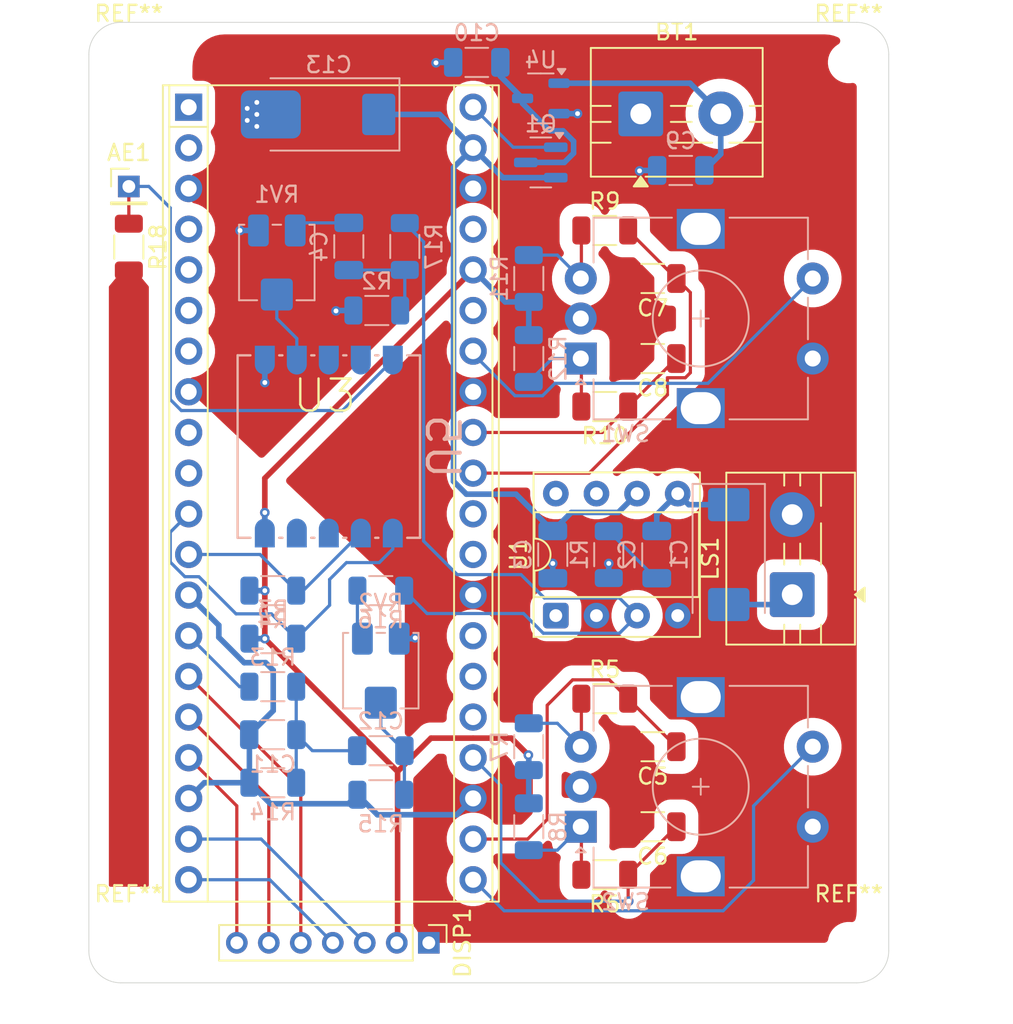
<source format=kicad_pcb>
(kicad_pcb (version 20241229) (generator "pcbnew") (generator_version "9.0")
  (layers (0 "F.Cu" signal) (2 "B.Cu" signal) (13 "F.Paste" user) (15 "B.Paste" user) (5 "F.SilkS" user "F.Silkscreen") (7 "B.SilkS" user "B.Silkscreen") (1 "F.Mask" user) (3 "B.Mask" user) (25 "Edge.Cuts" user))
  (net 0 "")
  (net 1 "Net-(AE1-A)")
  (net 2 "Net-(BT1-+)")
  (net 3 "GND")
  (net 4 "Net-(C1-Pad1)")
  (net 5 "Net-(C1-Pad2)")
  (net 6 "Net-(C2-Pad2)")
  (net 7 "+5V")
  (net 8 "Net-(U1-+)")
  (net 9 "Net-(C4-Pad1)")
  (net 10 "/ENC1B")
  (net 11 "/ENC1A")
  (net 12 "/ENC2B")
  (net 13 "/ENC2A")
  (net 14 "Net-(Q1-D)")
  (net 15 "/DISP_SDA")
  (net 16 "/DISP_DC")
  (net 17 "/DISP_RES")
  (net 18 "+3.3V")
  (net 19 "/DISP_SCLK")
  (net 20 "/DISP_CS")
  (net 21 "/Power/VBUS")
  (net 22 "/Radio-Audio/Radio_SDA")
  (net 23 "/Radio-Audio/Radio_SCL")
  (net 24 "Net-(R5-Pad1)")
  (net 25 "Net-(R6-Pad2)")
  (net 26 "Net-(R11-Pad1)")
  (net 27 "Net-(R10-Pad2)")
  (net 28 "/ENC2_BTN")
  (net 29 "/ENC1_BTN")
  (net 45 "/Radio-Audio/PWM Audio")
  (net 46 "Net-(C11-Pad2)")
  (net 47 "Net-(C12-Pad1)")
  (net 48 "Net-(R16-Pad1)")
  (net 52 "Net-(U5-ROUT)")
  (net 54 "Net-(C4-Pad2)")
  (net 58 "/Radio-Audio/Board Antenna")
  (footprint "Resistor_SMD:R_1206_3216Metric" (layer "F.Cu") (at 120 81.0375 -90)
    (property "Reference" "R18")
    (property "Value" "0 ohm")
  )
  (footprint "Capacitor_SMD:C_1206_3216Metric" (layer "F.Cu") (at 152.75 83 180)
    (property "Reference" "C7")
    (property "Value" "0.01uF")
  )
  (footprint "TerminalBlock:TerminalBlock_MaiXu_MX126-5.0-02P_1x02_P5.00mm" (layer "F.Cu") (at 152 72.7175)
    (property "Reference" "BT1")
    (property "Value" "4 AA")
  )
  (footprint "MountingHole:MountingHole_2.1mm" (layer "F.Cu") (at 120 124.5)
    (property "Reference" "REF**")
    (property "Value" "MountingHole_2.1mm")
  )
  (footprint "Resistor_SMD:R_1206_3216Metric" (layer "F.Cu") (at 149.75 91 180)
    (property "Reference" "R10")
    (property "Value" "10kΩ")
  )
  (footprint "Resistor_SMD:R_1206_3216Metric" (layer "F.Cu") (at 149.75 109.25)
    (property "Reference" "R5")
    (property "Value" "10kΩ")
  )
  (footprint "Package_DIP:DIP-8_W7.62mm_Socket" (layer "F.Cu") (at 146.69 104.06 90)
    (property "Reference" "U1")
    (property "Value" "LM386")
  )
  (footprint "MountingHole:MountingHole_2.1mm" (layer "F.Cu") (at 120 69.5)
    (property "Reference" "REF**")
    (property "Value" "MountingHole_2.1mm")
  )
  (footprint "Resistor_SMD:R_1206_3216Metric" (layer "F.Cu") (at 149.75 80)
    (property "Reference" "R9")
    (property "Value" "10kΩ")
  )
  (footprint "Connector_PinHeader_2.00mm:PinHeader_1x07_P2.00mm_Vertical" (layer "F.Cu") (at 138.75 124.5 -90)
    (property "Reference" "DISP1")
    (property "Value" "OLED Display")
  )
  (footprint "Resistor_SMD:R_1206_3216Metric" (layer "F.Cu") (at 149.75 120.25 180)
    (property "Reference" "R6")
    (property "Value" "10kΩ")
  )
  (footprint "MountingHole:MountingHole_2.1mm" (layer "F.Cu") (at 165 69.5)
    (property "Reference" "REF**")
    (property "Value" "MountingHole_2.1mm")
  )
  (footprint "ECE:RPi_Pico_TH" (layer "F.Cu") (at 132.63 96.43)
    (property "Reference" "U3")
    (property "Value" "RPi_Pico_TH")
  )
  (footprint "Connector_PinHeader_2.00mm:PinHeader_1x01_P2.00mm_Vertical" (layer "F.Cu") (at 120 77.25)
    (property "Reference" "AE1")
    (property "Value" "Antenna")
  )
  (footprint "Capacitor_SMD:C_1206_3216Metric" (layer "F.Cu") (at 152.75 112.25 180)
    (property "Reference" "C5")
    (property "Value" "0.01uF")
  )
  (footprint "TerminalBlock:TerminalBlock_MaiXu_MX126-5.0-02P_1x02_P5.00mm" (layer "F.Cu") (at 161.4675 102.75 90)
    (property "Reference" "LS1")
    (property "Value" "Speaker")
  )
  (footprint "MountingHole:MountingHole_2.1mm" (layer "F.Cu") (at 165 124.5)
    (property "Reference" "REF**")
    (property "Value" "MountingHole_2.1mm")
  )
  (footprint "Capacitor_SMD:C_1206_3216Metric" (layer "F.Cu") (at 152.75 117.25 180)
    (property "Reference" "C6")
    (property "Value" "0.01uF")
  )
  (footprint "Capacitor_SMD:C_1206_3216Metric" (layer "F.Cu") (at 152.75 88 180)
    (property "Reference" "C8")
    (property "Value" "0.01uF")
  )
  (footprint "Resistor_SMD:R_1206_3216Metric" (layer "B.Cu") (at 145 83 -90)
    (property "Reference" "R11")
    (property "Value" "10kΩ")
  )
  (footprint "Resistor_SMD:R_1206_3216Metric" (layer "B.Cu") (at 129 105.5 180)
    (property "Reference" "R3")
    (property "Value" "2kΩ")
  )
  (footprint "Rotary_Encoder:RotaryEncoder_Alps_EC12E-Switch_Vertical_H20mm" (layer "B.Cu") (at 148.25 117.25)
    (property "Reference" "SW2")
    (property "Value" "Bourns PEC11R")
  )
  (footprint "Capacitor_SMD:C_1206_3216Metric" (layer "B.Cu") (at 141.75 69.5 180)
    (property "Reference" "C10")
    (property "Value" "1uF")
  )
  (footprint "Package_TO_SOT_SMD:SOT-23" (layer "B.Cu") (at 145.75 75.75 180)
    (property "Reference" "Q1")
    (property "Value" "DMG2305UX")
  )
  (footprint "Resistor_SMD:R_1206_3216Metric" (layer "B.Cu") (at 145 88 90)
    (property "Reference" "R12")
    (property "Value" "10kΩ")
  )
  (footprint "Resistor_SMD:R_1206_3216Metric" (layer "B.Cu") (at 135.75 115.25)
    (property "Reference" "R15")
    (property "Value" "1.8k")
  )
  (footprint "Resistor_SMD:R_1206_3216Metric" (layer "B.Cu") (at 145 112.25 -90)
    (property "Reference" "R7")
    (property "Value" "10kΩ")
  )
  (footprint "Capacitor_Tantalum_SMD:CP_EIA-7343-30_AVX-N" (layer "B.Cu") (at 157.5 100.25 -90)
    (property "Reference" "C1")
    (property "Value" "470uF")
  )
  (footprint "Potentiometer_SMD:Potentiometer_Bourns_3314J_Vertical" (layer "B.Cu") (at 135.75 107.5 180)
    (property "Reference" "RV2")
    (property "Value" "10kΩ")
  )
  (footprint "Rotary_Encoder:RotaryEncoder_Alps_EC12E-Switch_Vertical_H20mm" (layer "B.Cu") (at 148.25 88)
    (property "Reference" "SW1")
    (property "Value" "Bourns PEC11R")
  )
  (footprint "Resistor_SMD:R_1206_3216Metric" (layer "B.Cu") (at 135.75 102.5)
    (property "Reference" "R16")
    (property "Value" "No fit")
  )
  (footprint "Resistor_SMD:R_1206_3216Metric" (layer "B.Cu") (at 137.25 81 90)
    (property "Reference" "R17")
    (property "Value" "0 ohm")
  )
  (footprint "Resistor_SMD:R_1206_3216Metric" (layer "B.Cu") (at 129 102.5)
    (property "Reference" "R4")
    (property "Value" "2kΩ")
  )
  (footprint "Capacitor_SMD:C_1206_3216Metric" (layer "B.Cu") (at 146.5 100.25 -90)
    (property "Reference" "C3")
    (property "Value" "10uF")
  )
  (footprint "Package_TO_SOT_SMD:SOT-23-3" (layer "B.Cu") (at 145.75 71.75 180)
    (property "Reference" "U4")
    (property "Value" "S-1206B50-M3T1U")
  )
  (footprint "Capacitor_Tantalum_SMD:CP_EIA-7343-30_AVX-N" (layer "B.Cu") (at 132.5 72.75 180)
    (property "Reference" "C13")
    (property "Value" "470 uF")
  )
  (footprint "Capacitor_SMD:C_1206_3216Metric" (layer "B.Cu") (at 133.75 81 -90)
    (property "Reference" "C4")
    (property "Value" "10uF")
  )
  (footprint "Capacitor_SMD:C_1206_3216Metric" (layer "B.Cu") (at 154.5 76.25 180)
    (property "Reference" "C9")
    (property "Value" "1uF")
  )
  (footprint "Resistor_SMD:R_1206_3216Metric" (layer "B.Cu") (at 135.5 85 180)
    (property "Reference" "R2")
    (property "Value" "10kΩ")
  )
  (footprint "Resistor_SMD:R_1206_3216Metric" (layer "B.Cu") (at 129 108.5 180)
    (property "Reference" "R13")
    (property "Value" "220")
  )
  (footprint "Resistor_SMD:R_1206_3216Metric" (layer "B.Cu") (at 150 100.25 -90)
    (property "Reference" "R1")
    (property "Value" "10Ω")
  )
  (footprint "Resistor_SMD:R_1206_3216Metric" (layer "B.Cu") (at 145 117.25 90)
    (property "Reference" "R8")
    (property "Value" "10kΩ")
  )
  (footprint "Capacitor_SMD:C_1206_3216Metric" (layer "B.Cu") (at 129 111.5)
    (property "Reference" "C11")
    (property "Value" "100nF")
  )
  (footprint "Resistor_SMD:R_1206_3216Metric" (layer "B.Cu") (at 129 114.5)
    (property "Reference" "R14")
    (property "Value" "100")
  )
  (footprint "Capacitor_SMD:C_1206_3216Metric" (layer "B.Cu") (at 153 100.25 -90)
    (property "Reference" "C2")
    (property "Value" "0.047uF")
  )
  (footprint "ECE:RDA5807M_Module_SM" (layer "B.Cu") (at 132.5 93.5 90)
    (property "Reference" "U5")
    (property "Value" "RDA5807M_Module")
  )
  (footprint "Capacitor_SMD:C_1206_3216Metric" (layer "B.Cu") (at 135.75 112.5 180)
    (property "Reference" "C12")
    (property "Value" "47uF")
  )
  (footprint "Potentiometer_SMD:Potentiometer_Bourns_3314J_Vertical" (layer "B.Cu") (at 129.25 82 180)
    (property "Reference" "RV1")
    (property "Value" "10kΩ")
  )
  (gr_arc (start 117.5 69) (mid 118.085786 67.585786) (end 119.5 67) (stroke (width 0.05)) (layer "Edge.Cuts"))
  (gr_arc (start 167.5 125) (mid 166.914214 126.414214) (end 165.5 127) (stroke (width 0.05)) (layer "Edge.Cuts"))
  (gr_line (start 117.5 125) (end 117.5 69) (stroke (width 0.05)) (layer "Edge.Cuts"))
  (gr_line (start 119.5 67) (end 165.5 67) (stroke (width 0.05)) (layer "Edge.Cuts"))
  (gr_line (start 167.5 69) (end 167.5 125) (stroke (width 0.05)) (layer "Edge.Cuts"))
  (gr_arc (start 119.5 127) (mid 118.085786 126.414214) (end 117.5 125) (stroke (width 0.05)) (layer "Edge.Cuts"))
  (gr_line (start 165.5 127) (end 119.5 127) (stroke (width 0.05)) (layer "Edge.Cuts"))
  (gr_arc (start 165.5 67) (mid 166.914214 67.585786) (end 167.5 69) (stroke (width 0.05)) (layer "Edge.Cuts"))
  (segment (start 120 77.25) (end 120 79.575) (width 0.2) (layer "F.Cu") (net 1))
  (segment (start 121.25 77.25) (end 120 77.25) (width 0.2) (layer "B.Cu") (net 1))
  (segment (start 122.589 78.589) (end 121.25 77.25) (width 0.2) (layer "B.Cu") (net 1))
  (segment (start 123.28224 91.25) (end 122.589 90.55676) (width 0.2) (layer "B.Cu") (net 1))
  (segment (start 122.589 90.55676) (end 122.589 78.589) (width 0.2) (layer "B.Cu") (net 1))
  (segment (start 136.5 88.1) (end 133.35 91.25) (width 0.2) (layer "B.Cu") (net 1))
  (segment (start 133.35 91.25) (end 123.28224 91.25) (width 0.2) (layer "B.Cu") (net 1))
  (segment (start 157 75.225) (end 155.975 76.25) (width 0.35) (layer "B.Cu") (net 2))
  (segment (start 155.0825 70.8) (end 146.8875 70.8) (width 0.35) (layer "B.Cu") (net 2))
  (segment (start 157 72.7175) (end 157 75.225) (width 0.35) (layer "B.Cu") (net 2))
  (segment (start 157 72.7175) (end 155.0825 70.8) (width 0.35) (layer "B.Cu") (net 2))
  (via (at 146.5 100.8) (size 0.6) (drill 0.3) (layers "F.Cu" "B.Cu") (net 3))
  (via (at 137.9 105.45) (size 0.6) (drill 0.3) (layers "F.Cu" "B.Cu") (net 3))
  (via (at 128 72) (size 0.6) (drill 0.3) (layers "F.Cu" "B.Cu") (net 3))
  (via (at 128 73.5) (size 0.6) (drill 0.3) (layers "F.Cu" "B.Cu") (net 3))
  (via (at 150 100.8) (size 0.6) (drill 0.3) (layers "F.Cu" "B.Cu") (net 3))
  (via (at 127.4 73.125) (size 0.6) (drill 0.3) (layers "F.Cu" "B.Cu") (net 3))
  (via (at 126.95 80) (size 0.6) (drill 0.3) (layers "F.Cu" "B.Cu") (net 3))
  (via (at 139.2 69.525) (size 0.6) (drill 0.3) (layers "F.Cu" "B.Cu") (net 3))
  (via (at 128 72.75) (size 0.6) (drill 0.3) (layers "F.Cu" "B.Cu") (net 3))
  (via (at 132.95 85.025) (size 0.6) (drill 0.3) (layers "F.Cu" "B.Cu") (net 3))
  (via (at 148.05 72.7) (size 0.6) (drill 0.3) (layers "F.Cu" "B.Cu") (net 3))
  (via (at 128.5 89.5) (size 0.6) (drill 0.3) (layers "F.Cu" "B.Cu") (net 3))
  (via (at 127.4 72.375) (size 0.6) (drill 0.3) (layers "F.Cu" "B.Cu") (net 3))
  (via (at 151.925 76.275) (size 0.6) (drill 0.3) (layers "F.Cu" "B.Cu") (net 3))
  (segment (start 127.5375 114.5) (end 127.5375 111.5125) (width 0.35) (layer "B.Cu") (net 3))
  (segment (start 125.625 105.417226) (end 125.625 104.665) (width 0.35) (layer "B.Cu") (net 3))
  (segment (start 134.2875 115.25) (end 135.5385 116.501) (width 0.35) (layer "B.Cu") (net 3))
  (segment (start 128.55 107) (end 127.207774 107) (width 0.35) (layer "B.Cu") (net 3))
  (segment (start 146.8875 72.7) (end 148.05 72.7) (width 0.35) (layer "B.Cu") (net 3))
  (segment (start 124.72 114.5) (end 123.74 115.48) (width 0.35) (layer "B.Cu") (net 3))
  (segment (start 128.5 88.1) (end 128.475 88.075) (width 0.35) (layer "B.Cu") (net 3))
  (segment (start 139.225 69.5) (end 139.2 69.525) (width 0.35) (layer "B.Cu") (net 3))
  (segment (start 134.2875 115.25) (end 133.725 115.8125) (width 0.35) (layer "B.Cu") (net 3))
  (segment (start 127.207774 107) (end 125.625 105.417226) (width 0.35) (layer "B.Cu") (net 3))
  (segment (start 127.5375 114.5) (end 124.72 114.5) (width 0.35) (layer "B.Cu") (net 3))
  (segment (start 127.525 111.5) (end 129.025 110) (width 0.35) (layer "B.Cu") (net 3))
  (segment (start 146.5 101.725) (end 146.5 100.8) (width 0.35) (layer "B.Cu") (net 3))
  (segment (start 128.85 115.8125) (end 127.5375 114.5) (width 0.35) (layer "B.Cu") (net 3))
  (segment (start 129.025 107.475) (end 128.55 107) (width 0.35) (layer "B.Cu") (net 3))
  (segment (start 134.0375 85) (end 132.975 85) (width 0.35) (layer "B.Cu") (net 3))
  (segment (start 136.9 105.5) (end 137.85 105.5) (width 0.35) (layer "B.Cu") (net 3))
  (segment (start 153.025 76.25) (end 151.95 76.25) (width 0.35) (layer "B.Cu") (net 3))
  (segment (start 132.975 85) (end 132.95 85.025) (width 0.35) (layer "B.Cu") (net 3))
  (segment (start 125.625 104.665) (end 123.74 102.78) (width 0.35) (layer "B.Cu") (net 3))
  (segment (start 151.95 76.25) (end 151.925 76.275) (width 0.35) (layer "B.Cu") (net 3))
  (segment (start 140.275 69.5) (end 139.225 69.5) (width 0.35) (layer "B.Cu") (net 3))
  (segment (start 140.499 116.501) (end 141.52 115.48) (width 0.35) (layer "B.Cu") (net 3))
  (segment (start 135.5385 116.501) (end 140.499 116.501) (width 0.35) (layer "B.Cu") (net 3))
  (segment (start 128.1 80) (end 126.95 80) (width 0.35) (layer "B.Cu") (net 3))
  (segment (start 129.025 110) (end 129.025 107.475) (width 0.35) (layer "B.Cu") (net 3))
  (segment (start 127.5375 111.5125) (end 127.525 111.5) (width 0.35) (layer "B.Cu") (net 3))
  (segment (start 128.5 88.1) (end 128.5 89.5) (width 0.35) (layer "B.Cu") (net 3))
  (segment (start 150 101.7125) (end 150 100.8) (width 0.35) (layer "B.Cu") (net 3))
  (segment (start 133.725 115.8125) (end 128.85 115.8125) (width 0.35) (layer "B.Cu") (net 3))
  (segment (start 137.85 105.5) (end 137.9 105.45) (width 0.35) (layer "B.Cu") (net 3))
  (segment (start 153 98.775) (end 153 97.75) (width 0.35) (layer "B.Cu") (net 4))
  (segment (start 155 97.13) (end 154.31 96.44) (width 0.35) (layer "B.Cu") (net 4))
  (segment (start 153 97.75) (end 154.31 96.44) (width 0.35) (layer "B.Cu") (net 4))
  (segment (start 157.5 97.13) (end 155 97.13) (width 0.35) (layer "B.Cu") (net 4))
  (segment (start 157.5 103.37) (end 160.8475 103.37) (width 0.35) (layer "B.Cu") (net 5))
  (segment (start 160.8475 103.37) (end 161.4675 102.75) (width 0.35) (layer "B.Cu") (net 5))
  (segment (start 150 98.7875) (end 152.9375 101.725) (width 0.2) (layer "B.Cu") (net 6))
  (segment (start 152.9375 101.725) (end 153 101.725) (width 0.2) (layer "B.Cu") (net 6))
  (segment (start 147.659 97.616) (end 150.594 97.616) (width 0.35) (layer "B.Cu") (net 7))
  (segment (start 146.6875 76.7) (end 143.38 76.7) (width 0.35) (layer "B.Cu") (net 7))
  (segment (start 143.38 76.7) (end 141.52 74.84) (width 0.35) (layer "B.Cu") (net 7))
  (segment (start 141.100174 96.474) (end 140.294 95.667826) (width 0.35) (layer "B.Cu") (net 7))
  (segment (start 140.294 95.667826) (end 140.294 76.066) (width 0.35) (layer "B.Cu") (net 7))
  (segment (start 150.594 97.616) (end 151.77 96.44) (width 0.35) (layer "B.Cu") (net 7))
  (segment (start 146.5 98.775) (end 147.659 97.616) (width 0.35) (layer "B.Cu") (net 7))
  (segment (start 146.5 98.775) (end 144.199 96.474) (width 0.35) (layer "B.Cu") (net 7))
  (segment (start 135.62 72.75) (end 139.43 72.75) (width 0.35) (layer "B.Cu") (net 7))
  (segment (start 139.43 72.75) (end 141.52 74.84) (width 0.35) (layer "B.Cu") (net 7))
  (segment (start 144.199 96.474) (end 141.100174 96.474) (width 0.35) (layer "B.Cu") (net 7))
  (segment (start 140.294 76.066) (end 141.52 74.84) (width 0.35) (layer "B.Cu") (net 7))
  (segment (start 150.669 102.959) (end 151.77 104.06) (width 0.2) (layer "B.Cu") (net 8))
  (segment (start 145.97284 102.959) (end 150.669 102.959) (width 0.2) (layer "B.Cu") (net 8))
  (segment (start 145.90484 105.161) (end 150.669 105.161) (width 0.2) (layer "B.Cu") (net 8))
  (segment (start 138.6435 103.931) (end 144.67484 103.931) (width 0.2) (layer "B.Cu") (net 8))
  (segment (start 144.51384 101.5) (end 145.97284 102.959) (width 0.2) (layer "B.Cu") (net 8))
  (segment (start 140.525 101.5) (end 144.51384 101.5) (width 0.2) (layer "B.Cu") (net 8))
  (segment (start 138.426 99.401) (end 140.525 101.5) (width 0.2) (layer "B.Cu") (net 8))
  (segment (start 150.669 105.161) (end 151.77 104.06) (width 0.2) (layer "B.Cu") (net 8))
  (segment (start 137.2125 102.5) (end 138.6435 103.931) (width 0.2) (layer "B.Cu") (net 8))
  (segment (start 144.67484 103.931) (end 145.90484 105.161) (width 0.2) (layer "B.Cu") (net 8))
  (segment (start 137.25 79.5375) (end 138.426 80.7135) (width 0.2) (layer "B.Cu") (net 8))
  (segment (start 138.426 80.7135) (end 138.426 99.401) (width 0.2) (layer "B.Cu") (net 8))
  (segment (start 133.75 79.525) (end 130.875 79.525) (width 0.2) (layer "B.Cu") (net 9))
  (segment (start 130.875 79.525) (end 130.4 80) (width 0.2) (layer "B.Cu") (net 9))
  (segment (start 146.15 109.66384) (end 147.73984 108.074) (width 0.2) (layer "F.Cu") (net 10))
  (segment (start 154.2125 112.25) (end 154.225 112.25) (width 0.2) (layer "F.Cu") (net 10))
  (segment (start 144.93 118.02) (end 146.15 116.8) (width 0.2) (layer "F.Cu") (net 10))
  (segment (start 141.52 118.02) (end 144.93 118.02) (width 0.2) (layer "F.Cu") (net 10))
  (segment (start 150.0365 108.074) (end 151.2125 109.25) (width 0.2) (layer "F.Cu") (net 10))
  (segment (start 151.2125 109.25) (end 154.2125 112.25) (width 0.2) (layer "F.Cu") (net 10))
  (segment (start 147.73984 108.074) (end 150.0365 108.074) (width 0.2) (layer "F.Cu") (net 10))
  (segment (start 146.15 116.8) (end 146.15 109.66384) (width 0.2) (layer "F.Cu") (net 10))
  (segment (start 151.2125 121.8625) (end 151.25 121.9) (width 0.2) (layer "F.Cu") (net 11))
  (segment (start 154.225 117.25) (end 151.225 120.25) (width 0.2) (layer "F.Cu") (net 11))
  (segment (start 151.2125 120.25) (end 151.2125 121.8625) (width 0.2) (layer "F.Cu") (net 11))
  (segment (start 151.225 120.25) (end 151.2125 120.25) (width 0.2) (layer "F.Cu") (net 11))
  (via (at 151.25 121.9) (size 0.6) (drill 0.3) (layers "F.Cu" "B.Cu") (net 11))
  (segment (start 143.25 114.67) (end 143.25 119.5) (width 0.2) (layer "B.Cu") (net 11))
  (segment (start 145.65 121.9) (end 151.25 121.9) (width 0.2) (layer "B.Cu") (net 11))
  (segment (start 143.25 119.5) (end 145.65 121.9) (width 0.2) (layer "B.Cu") (net 11))
  (segment (start 141.52 112.94) (end 143.25 114.67) (width 0.2) (layer "B.Cu") (net 11))
  (segment (start 151.2125 80) (end 154.2125 83) (width 0.2) (layer "F.Cu") (net 12))
  (segment (start 153.66484 89.201) (end 153.66484 90.27132) (width 0.2) (layer "F.Cu") (net 12))
  (segment (start 154.2125 83) (end 154.225 83) (width 0.2) (layer "F.Cu") (net 12))
  (segment (start 155.101 88.88516) (end 154.78516 89.201) (width 0.2) (layer "F.Cu") (net 12))
  (segment (start 148.77616 95.16) (end 141.52 95.16) (width 0.2) (layer "F.Cu") (net 12))
  (segment (start 154.225 83) (end 155.101 83.876) (width 0.2) (layer "F.Cu") (net 12))
  (segment (start 153.66484 90.27132) (end 148.77616 95.16) (width 0.2) (layer "F.Cu") (net 12))
  (segment (start 154.78516 89.201) (end 153.66484 89.201) (width 0.2) (layer "F.Cu") (net 12))
  (segment (start 155.101 83.876) (end 155.101 88.88516) (width 0.2) (layer "F.Cu") (net 12))
  (segment (start 154.225 88) (end 151.225 91) (width 0.2) (layer "F.Cu") (net 13))
  (segment (start 151.2125 91) (end 149.5925 92.62) (width 0.2) (layer "F.Cu") (net 13))
  (segment (start 151.225 91) (end 151.2125 91) (width 0.2) (layer "F.Cu") (net 13))
  (segment (start 149.5925 92.62) (end 141.52 92.62) (width 0.2) (layer "F.Cu") (net 13))
  (segment (start 143.225 69.5) (end 143.225 70.3625) (width 0.35) (layer "B.Cu") (net 14))
  (segment (start 144.6125 72.0615) (end 146.326 73.775) (width 0.35) (layer "B.Cu") (net 14))
  (segment (start 147.801 75.172034) (end 147.223034 75.75) (width 0.35) (layer "B.Cu") (net 14))
  (segment (start 147.801 74.427966) (end 147.801 75.172034) (width 0.35) (layer "B.Cu") (net 14))
  (segment (start 146.326 73.775) (end 147.148034 73.775) (width 0.35) (layer "B.Cu") (net 14))
  (segment (start 147.223034 75.75) (end 144.8125 75.75) (width 0.35) (layer "B.Cu") (net 14))
  (segment (start 143.225 70.3625) (end 144.6125 71.75) (width 0.35) (layer "B.Cu") (net 14))
  (segment (start 144.6125 71.75) (end 144.6125 72.0615) (width 0.35) (layer "B.Cu") (net 14))
  (segment (start 147.148034 73.775) (end 147.801 74.427966) (width 0.35) (layer "B.Cu") (net 14))
  (segment (start 123.74 120.56) (end 128.81 120.56) (width 0.2) (layer "B.Cu") (net 15))
  (segment (start 128.81 120.56) (end 132.75 124.5) (width 0.2) (layer "B.Cu") (net 15))
  (segment (start 123.74 110.4) (end 128.75 115.41) (width 0.2) (layer "F.Cu") (net 16))
  (segment (start 128.75 115.41) (end 128.75 124.5) (width 0.2) (layer "F.Cu") (net 16))
  (segment (start 123.74 107.86) (end 130.75 114.87) (width 0.2) (layer "F.Cu") (net 17))
  (segment (start 130.75 114.87) (end 130.75 124.5) (width 0.2) (layer "F.Cu") (net 17))
  (segment (start 128.5 95.48) (end 141.52 82.46) (width 0.35) (layer "F.Cu") (net 18))
  (segment (start 143.914 111.714) (end 144.975 112.775) (width 0.35) (layer "F.Cu") (net 18))
  (segment (start 138.886 111.714) (end 141.525 111.714) (width 0.35) (layer "F.Cu") (net 18))
  (segment (start 128.5 102.5) (end 128.5 97.625) (width 0.35) (layer "F.Cu") (net 18))
  (segment (start 128.5 97.625) (end 128.5 95.48) (width 0.35) (layer "F.Cu") (net 18))
  (segment (start 141.525 111.714) (end 143.914 111.714) (width 0.35) (layer "F.Cu") (net 18))
  (segment (start 136.8 124.55) (end 136.8 113.8) (width 0.35) (layer "F.Cu") (net 18))
  (segment (start 128.5 105.5) (end 128.5 102.5) (width 0.35) (layer "F.Cu") (net 18))
  (segment (start 136.8 113.8) (end 138.886 111.714) (width 0.35) (layer "F.Cu") (net 18))
  (segment (start 136.8 113.8) (end 128.5 105.5) (width 0.35) (layer "F.Cu") (net 18))
  (via (at 128.5 105.5) (size 0.6) (drill 0.3) (layers "F.Cu" "B.Cu") (net 18))
  (via (at 128.5 102.5) (size 0.6) (drill 0.3) (layers "F.Cu" "B.Cu") (net 18))
  (via (at 144.975 112.775) (size 0.6) (drill 0.3) (layers "F.Cu" "B.Cu") (net 18))
  (via (at 128.5 97.625) (size 0.6) (drill 0.3) (layers "F.Cu" "B.Cu") (net 18))
  (segment (start 145 113.7125) (end 145 112.8) (width 0.35) (layer "B.Cu") (net 18))
  (segment (start 128.5 98.9) (end 128.5 97.625) (width 0.35) (layer "B.Cu") (net 18))
  (segment (start 143.5225 84.4625) (end 141.52 82.46) (width 0.35) (layer "B.Cu") (net 18))
  (segment (start 145 115.7875) (end 145 113.7125) (width 0.35) (layer "B.Cu") (net 18))
  (segment (start 145 84.4625) (end 143.5225 84.4625) (width 0.35) (layer "B.Cu") (net 18))
  (segment (start 145 112.8) (end 144.975 112.775) (width 0.35) (layer "B.Cu") (net 18))
  (segment (start 127.5375 105.5) (end 128.5 105.5) (width 0.35) (layer "B.Cu") (net 18))
  (segment (start 145 86.5375) (end 145 84.4625) (width 0.35) (layer "B.Cu") (net 18))
  (segment (start 127.5375 102.5) (end 128.5 102.5) (width 0.35) (layer "B.Cu") (net 18))
  (segment (start 128.27 118.02) (end 134.75 124.5) (width 0.2) (layer "B.Cu") (net 19))
  (segment (start 123.74 118.02) (end 128.27 118.02) (width 0.2) (layer "B.Cu") (net 19))
  (segment (start 126.75 115.95) (end 126.75 124.5) (width 0.2) (layer "F.Cu") (net 20))
  (segment (start 123.74 112.94) (end 126.75 115.95) (width 0.2) (layer "F.Cu") (net 20))
  (segment (start 144.02 74.8) (end 141.52 72.3) (width 0.2) (layer "B.Cu") (net 21))
  (segment (start 146.6875 74.8) (end 144.02 74.8) (width 0.2) (layer "B.Cu") (net 21))
  (segment (start 126.7 103.95) (end 128.9125 103.95) (width 0.2) (layer "B.Cu") (net 22))
  (segment (start 124.379 101.629) (end 126.7 103.95) (width 0.2) (layer "B.Cu") (net 22))
  (segment (start 132.55 101.8) (end 133.6 100.75) (width 0.2) (layer "B.Cu") (net 22))
  (segment (start 123.74 97.7) (end 122.589 98.851) (width 0.2) (layer "B.Cu") (net 22))
  (segment (start 122.589 100.71676) (end 123.50124 101.629) (width 0.2) (layer "B.Cu") (net 22))
  (segment (start 122.589 98.851) (end 122.589 100.71676) (width 0.2) (layer "B.Cu") (net 22))
  (segment (start 136.5 99.9) (end 136.5 98.9) (width 0.2) (layer "B.Cu") (net 22))
  (segment (start 130.4625 105.5) (end 132.55 103.4125) (width 0.2) (layer "B.Cu") (net 22))
  (segment (start 133.6 100.75) (end 135.65 100.75) (width 0.2) (layer "B.Cu") (net 22))
  (segment (start 132.55 103.4125) (end 132.55 101.8) (width 0.2) (layer "B.Cu") (net 22))
  (segment (start 128.9125 103.95) (end 130.4625 105.5) (width 0.2) (layer "B.Cu") (net 22))
  (segment (start 135.65 100.75) (end 136.5 99.9) (width 0.2) (layer "B.Cu") (net 22))
  (segment (start 123.50124 101.629) (end 124.379 101.629) (width 0.2) (layer "B.Cu") (net 22))
  (segment (start 130.4625 102.5) (end 130.9 102.5) (width 0.2) (layer "B.Cu") (net 23))
  (segment (start 123.74 100.24) (end 128.2025 100.24) (width 0.2) (layer "B.Cu") (net 23))
  (segment (start 130.9 102.5) (end 134.5 98.9) (width 0.2) (layer "B.Cu") (net 23))
  (segment (start 128.2025 100.24) (end 130.4625 102.5) (width 0.2) (layer "B.Cu") (net 23))
  (segment (start 148.2875 109.25) (end 148.2875 112.2125) (width 0.2) (layer "F.Cu") (net 24))
  (segment (start 148.2875 112.2125) (end 148.25 112.25) (width 0.2) (layer "F.Cu") (net 24))
  (segment (start 145 110.7875) (end 146.7875 110.7875) (width 0.2) (layer "B.Cu") (net 24))
  (segment (start 146.7875 110.7875) (end 148.25 112.25) (width 0.2) (layer "B.Cu") (net 24))
  (segment (start 148.2875 117.2875) (end 148.25 117.25) (width 0.2) (layer "F.Cu") (net 25))
  (segment (start 148.2875 120.25) (end 148.2875 117.2875) (width 0.2) (layer "F.Cu") (net 25))
  (segment (start 146.7875 118.7125) (end 148.25 117.25) (width 0.2) (layer "B.Cu") (net 25))
  (segment (start 145 118.7125) (end 146.7875 118.7125) (width 0.2) (layer "B.Cu") (net 25))
  (segment (start 148.2875 80) (end 148.2875 82.9625) (width 0.2) (layer "F.Cu") (net 26))
  (segment (start 148.2875 82.9625) (end 148.25 83) (width 0.2) (layer "F.Cu") (net 26))
  (segment (start 148.25 83) (end 146.7875 81.5375) (width 0.2) (layer "B.Cu") (net 26))
  (segment (start 146.7875 81.5375) (end 145 81.5375) (width 0.2) (layer "B.Cu") (net 26))
  (segment (start 148.2875 91) (end 148.2875 88.0375) (width 0.2) (layer "F.Cu") (net 27))
  (segment (start 148.2875 88.0375) (end 148.25 88) (width 0.2) (layer "F.Cu") (net 27))
  (segment (start 146.4625 88) (end 145 89.4625) (width 0.2) (layer "B.Cu") (net 27))
  (segment (start 148.25 88) (end 146.4625 88) (width 0.2) (layer "B.Cu") (net 27))
  (segment (start 141.52 87.70616) (end 141.52 87.54) (width 0.2) (layer "B.Cu") (net 28))
  (segment (start 162.75 83) (end 156.201 89.549) (width 0.2) (layer "B.Cu") (net 28))
  (segment (start 156.201 89.549) (end 146.63716 89.549) (width 0.2) (layer "B.Cu") (net 28))
  (segment (start 146.63716 89.549) (end 145.86016 90.326) (width 0.2) (layer "B.Cu") (net 28))
  (segment (start 145.86016 90.326) (end 144.13984 90.326) (width 0.2) (layer "B.Cu") (net 28))
  (segment (start 144.13984 90.326) (end 141.52 87.70616) (width 0.2) (layer "B.Cu") (net 28))
  (segment (start 159.05 115.95) (end 159.05 120.6) (width 0.2) (layer "B.Cu") (net 29))
  (segment (start 159.05 120.6) (end 157.15 122.5) (width 0.2) (layer "B.Cu") (net 29))
  (segment (start 157.15 122.5) (end 143.46 122.5) (width 0.2) (layer "B.Cu") (net 29))
  (segment (start 143.46 122.5) (end 141.52 120.56) (width 0.2) (layer "B.Cu") (net 29))
  (segment (start 162.75 112.25) (end 159.05 115.95) (width 0.2) (layer "B.Cu") (net 29))
  (segment (start 123.74 105.32) (end 126.92 108.5) (width 0.2) (layer "B.Cu") (net 45))
  (segment (start 126.92 108.5) (end 127.5375 108.5) (width 0.2) (layer "B.Cu") (net 45))
  (segment (start 130.4625 114.5) (end 130.4625 111.5125) (width 0.2) (layer "B.Cu") (net 46))
  (segment (start 130.4625 108.5) (end 130.4625 111.4875) (width 0.2) (layer "B.Cu") (net 46))
  (segment (start 130.475 111.5) (end 131.475 112.5) (width 0.2) (layer "B.Cu") (net 46))
  (segment (start 131.475 112.5) (end 134.275 112.5) (width 0.2) (layer "B.Cu") (net 46))
  (segment (start 130.4625 111.5125) (end 130.475 111.5) (width 0.2) (layer "B.Cu") (net 46))
  (segment (start 130.4625 111.4875) (end 130.475 111.5) (width 0.2) (layer "B.Cu") (net 46))
  (segment (start 135.75 109.5) (end 135.75 111.025) (width 0.2) (layer "B.Cu") (net 47))
  (segment (start 137.225 112.5) (end 137.225 115.2375) (width 0.2) (layer "B.Cu") (net 47))
  (segment (start 137.225 115.2375) (end 137.2125 115.25) (width 0.2) (layer "B.Cu") (net 47))
  (segment (start 135.75 111.025) (end 137.225 112.5) (width 0.2) (layer "B.Cu") (net 47))
  (segment (start 134.2875 105.1875) (end 134.6 105.5) (width 0.2) (layer "B.Cu") (net 48))
  (segment (start 134.2875 102.5) (end 134.2875 105.1875) (width 0.2) (layer "B.Cu") (net 48))
  (segment (start 129.25 85.5) (end 129.25 84) (width 0.2) (layer "B.Cu") (net 52))
  (segment (start 130.5 88.1) (end 130.5 86.75) (width 0.2) (layer "B.Cu") (net 52))
  (segment (start 130.5 86.75) (end 129.25 85.5) (width 0.2) (layer "B.Cu") (net 52))
  (segment (start 137.2375 82.475) (end 137.25 82.4625) (width 0.2) (layer "B.Cu") (net 54))
  (segment (start 137.25 82.4625) (end 137.25 84.7125) (width 0.2) (layer "B.Cu") (net 54))
  (segment (start 137.25 84.7125) (end 136.9625 85) (width 0.2) (layer "B.Cu") (net 54))
  (segment (start 133.75 82.475) (end 137.2375 82.475) (width 0.2) (layer "B.Cu") (net 54))
  (zone (net 3) (net_name "GND") (layer "F.Cu") (connect_pads yes (clearance 0.8)) (min_thickness 0.5) (fill yes (thermal_gap 0.5) (thermal_bridge_width 0.5) (smoothing fillet) (radius 2))
    (polygon (pts (xy 165.5 124.5) (xy 165.5 67.75) (xy 124 67.75) (xy 123.75 90) (xy 137.25 102.75) (xy 137.25 124.5)))
  )
  (zone (net 58) (net_name "/Radio-Audio/Board Antenna") (layer "F.Cu") (name "Antenna") (priority 2) (connect_pads yes (clearance 0.4)) (min_thickness 0.2) (fill yes (thermal_gap 0.5) (thermal_bridge_width 0.5) (island_removal_mode 1) (island_area_min 10))
    (polygon (pts (xy 120 82) (xy 118.75 83.5) (xy 118.75 121) (xy 121.25 121) (xy 121.25 83.5)))
  )
  (zone (net 3) (net_name "GND") (layer "B.Cu") (priority 1) (connect_pads yes (clearance 0.5)) (min_thickness 0.25) (fill yes (thermal_gap 0.5) (thermal_bridge_width 0.5) (smoothing fillet) (radius 0.5))
    (polygon (pts (xy 127 71.25) (xy 130.75 71.25) (xy 130.75 74.25) (xy 127 74.25)))
  )
)
</source>
